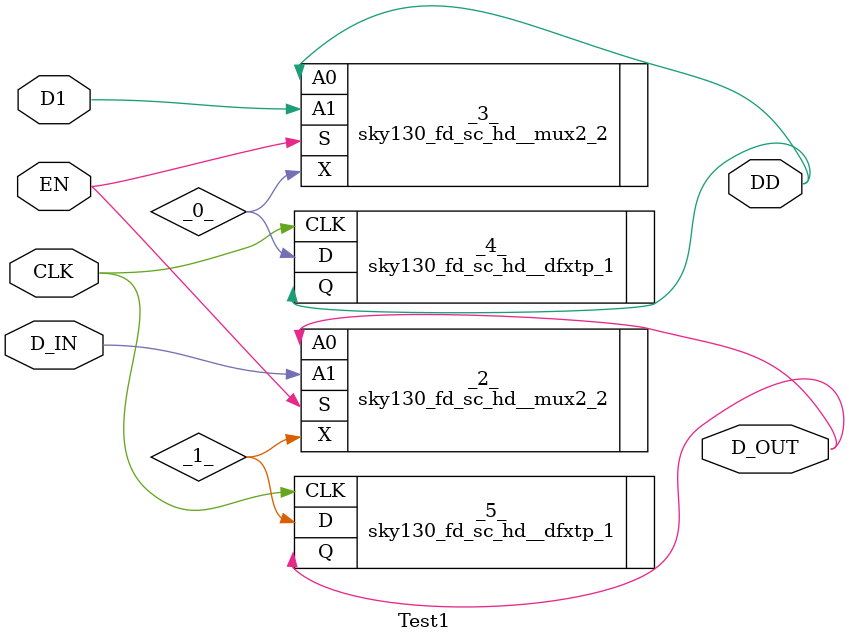
<source format=v>
/* Generated by Yosys 0.7 (git sha1 61f6811, gcc 6.2.0-11ubuntu1 -O2 -fdebug-prefix-map=/build/yosys-OIL3SR/yosys-0.7=. -fstack-protector-strong -fPIC -Os) */

module Test1(CLK, EN, D_IN, D1, D_OUT, DD);
  wire _0_;
  wire _1_;
  input CLK;
  input D1;
  output DD;
  input D_IN;
  output D_OUT;
  input EN;
  sky130_fd_sc_hd__mux2_2 _2_ (
    .A0(D_OUT),
    .A1(D_IN),
    .S(EN),
    .X(_1_)
  );
  sky130_fd_sc_hd__mux2_2 _3_ (
    .A0(DD),
    .A1(D1),
    .S(EN),
    .X(_0_)
  );
  sky130_fd_sc_hd__dfxtp_1 _4_ (
    .CLK(CLK),
    .D(_0_),
    .Q(DD)
  );
  sky130_fd_sc_hd__dfxtp_1 _5_ (
    .CLK(CLK),
    .D(_1_),
    .Q(D_OUT)
  );
endmodule

</source>
